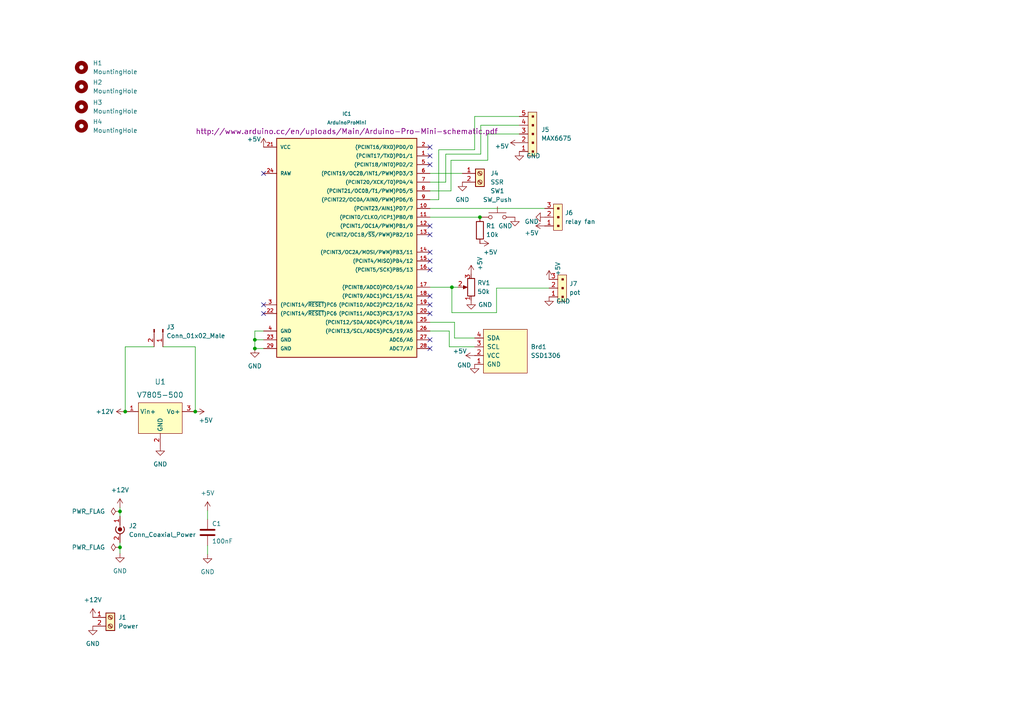
<source format=kicad_sch>
(kicad_sch (version 20211123) (generator eeschema)
  (paper "A4")
  (title_block (title "Iron Reflow Controller") (date "2023-11-26") (rev "1.0") (company "M.Angelini"))
  (lib_symbols
    (symbol "Connector:Conn_01x02_Male" (pin_names (offset 1.016) hide)
      (property "Reference" "J" (at 0 2.54 0))
      (property "Value" "Conn_01x02_Male" (at 0 -5.08 0))
      (symbol "Conn_01x02_Male_1_1"
        (polyline (pts (xy 1.27 -2.54) (xy 0.8636 -2.54)) (stroke (width 0.1524)))
        (polyline (pts (xy 1.27 0) (xy 0.8636 0)) (stroke (width 0.1524)))
        (rectangle (start 0.8636 -2.413) (end 0 -2.667) (stroke (width 0.1524)) (fill (type outline)))
        (rectangle (start 0.8636 0.127) (end 0 -0.127) (stroke (width 0.1524)) (fill (type outline)))
        (pin passive line (at 5.08 0 180) (length 3.81) (name "Pin_1") (number "1"))
        (pin passive line (at 5.08 -2.54 180) (length 3.81) (name "Pin_2") (number "2"))
      )
    )
    (symbol "Connector:Conn_Coaxial_Power" (pin_names (offset 1.016) hide)
      (property "Reference" "J" (at -5.08 -1.27 90))
      (property "Value" "Conn_Coaxial_Power" (at -3.175 -1.27 90))
      (symbol "Conn_Coaxial_Power_0_1"
        (arc (start -1.27 -1.27) (mid 0 -2.54) (end 1.27 -1.27) (stroke (width 0.254)))
        (arc (start -1.016 -0.508) (mid -1.2048 -0.8684) (end -1.27 -1.27) (stroke (width 0.254)))
        (circle (center 0 -1.27) (radius 0.508) (stroke (width 0.2032)) (fill (type outline)))
        (polyline (pts (xy 0 -2.54) (xy 0 -3.048)))
        (polyline (pts (xy 0 0) (xy 0 -1.27)))
        (arc (start 1.27 -1.27) (mid 1.2048 -0.8684) (end 1.016 -0.508) (stroke (width 0.254)))
      )
      (symbol "Conn_Coaxial_Power_1_1"
        (pin passive line (at 0 2.54 270) (length 2.54) (name "In") (number "1"))
        (pin passive line (at 0 -5.08 90) (length 2.54) (name "Ext") (number "2"))
      )
    )
    (symbol "Connector:Screw_Terminal_01x02" (pin_names (offset 1.016) hide)
      (property "Reference" "J" (at 0 2.54 0))
      (property "Value" "Screw_Terminal_01x02" (at 0 -5.08 0))
      (symbol "Screw_Terminal_01x02_1_1"
        (rectangle (start -1.27 1.27) (end 1.27 -3.81) (stroke (width 0.254)) (fill (type background)))
        (circle (center 0 -2.54) (radius 0.635) (stroke (width 0.1524)))
        (polyline (pts (xy -0.5334 -2.2098) (xy 0.3302 -3.048)) (stroke (width 0.1524)))
        (polyline (pts (xy -0.5334 0.3302) (xy 0.3302 -0.508)) (stroke (width 0.1524)))
        (polyline (pts (xy -0.3556 -2.032) (xy 0.508 -2.8702)) (stroke (width 0.1524)))
        (polyline (pts (xy -0.3556 0.508) (xy 0.508 -0.3302)) (stroke (width 0.1524)))
        (circle (center 0 0) (radius 0.635) (stroke (width 0.1524)))
        (pin passive line (at -5.08 0 0) (length 3.81) (name "Pin_1") (number "1"))
        (pin passive line (at -5.08 -2.54 0) (length 3.81) (name "Pin_2") (number "2"))
      )
    )
    (symbol "Device:C" (pin_numbers hide) (pin_names (offset 0.254))
      (property "Reference" "C" (at 0.635 2.54 0))
      (property "Value" "C" (at 0.635 -2.54 0))
      (symbol "C_0_1"
        (polyline (pts (xy -2.032 -0.762) (xy 2.032 -0.762)) (stroke (width 0.508)))
        (polyline (pts (xy -2.032 0.762) (xy 2.032 0.762)) (stroke (width 0.508)))
      )
      (symbol "C_1_1"
        (pin passive line (at 0 3.81 270) (length 2.794) (name "~") (number "1"))
        (pin passive line (at 0 -3.81 90) (length 2.794) (name "~") (number "2"))
      )
    )
    (symbol "Device:R" (pin_numbers hide) (pin_names (offset 0))
      (property "Reference" "R" (at 2.032 0 90))
      (property "Value" "R" (at 0 0 90))
      (symbol "R_0_1"
        (rectangle (start -1.016 -2.54) (end 1.016 2.54) (stroke (width 0.254)))
      )
      (symbol "R_1_1"
        (pin passive line (at 0 3.81 270) (length 1.27) (name "~") (number "1"))
        (pin passive line (at 0 -3.81 90) (length 1.27) (name "~") (number "2"))
      )
    )
    (symbol "Device:R_Potentiometer" (pin_names (offset 1.016) hide)
      (property "Reference" "RV" (at -4.445 0 90))
      (property "Value" "R_Potentiometer" (at -2.54 0 90))
      (symbol "R_Potentiometer_0_1"
        (polyline (pts (xy 2.54 0) (xy 1.524 0)))
        (polyline (pts (xy 1.143 0) (xy 2.286 0.508) (xy 2.286 -0.508) (xy 1.143 0)) (fill (type outline)))
        (rectangle (start 1.016 2.54) (end -1.016 -2.54) (stroke (width 0.254)))
      )
      (symbol "R_Potentiometer_1_1"
        (pin passive line (at 0 3.81 270) (length 1.27) (name "1") (number "1"))
        (pin passive line (at 3.81 0 180) (length 1.27) (name "2") (number "2"))
        (pin passive line (at 0 -3.81 90) (length 1.27) (name "3") (number "3"))
      )
    )
    (symbol "Mechanical:MountingHole" (pin_names (offset 1.016))
      (property "Reference" "H" (at 0 5.08 0))
      (property "Value" "MountingHole" (at 0 3.175 0))
      (symbol "MountingHole_0_1"
        (circle (center 0 0) (radius 1.27) (stroke (width 1.27)))
      )
    )
    (symbol "Switch:SW_Push" (pin_numbers hide) (pin_names (offset 1.016) hide)
      (property "Reference" "SW" (at 1.27 2.54 0))
      (property "Value" "SW_Push" (at 0 -1.524 0))
      (symbol "SW_Push_0_1"
        (circle (center -2.032 0) (radius 0.508))
        (polyline (pts (xy 0 1.27) (xy 0 3.048)))
        (polyline (pts (xy 2.54 1.27) (xy -2.54 1.27)))
        (circle (center 2.032 0) (radius 0.508))
        (pin passive line (at -5.08 0 0) (length 2.54) (name "1") (number "1"))
        (pin passive line (at 5.08 0 180) (length 2.54) (name "2") (number "2"))
      )
    )
    (symbol "arduino:ArduinoProMini" (pin_names (offset 1.016))
      (property "Reference" "IC" (at -19.05 31.75 0))
      (property "Value" "ArduinoProMini" (at 10.16 -35.56 0))
      (property "Datasheet" "http://www.arduino.cc/en/uploads/Main/Arduino-Pro-Mini-schematic.pdf" (at 0 0 0))
      (symbol "ArduinoProMini_0_1"
        (rectangle (start -19.05 30.48) (end 21.59 -33.02) (stroke (width 0.254)) (fill (type background)))
      )
      (symbol "ArduinoProMini_1_1"
        (pin bidirectional line (at 25.4 25.4 180) (length 3.81) (name "(PCINT17/TXD)PD1/1") (number "1"))
        (pin bidirectional line (at 25.4 10.16 180) (length 3.81) (name "(PCINT23/AIN1)PD7/7") (number "10"))
        (pin bidirectional line (at 25.4 7.62 180) (length 3.81) (name "(PCINT0/CLKO/ICP1)PB0/8") (number "11"))
        (pin bidirectional line (at 25.4 5.08 180) (length 3.81) (name "(PCINT1/OC1A/PWM)PB1/9") (number "12"))
        (pin bidirectional line (at 25.4 2.54 180) (length 3.81) (name "(PCINT2/OC1B/~{SS}/PWM)PB2/10") (number "13"))
        (pin bidirectional line (at 25.4 -2.54 180) (length 3.81) (name "(PCINT3/OC2A/MOSI/PWM)PB3/11") (number "14"))
        (pin bidirectional line (at 25.4 -5.08 180) (length 3.81) (name "(PCINT4/MISO)PB4/12") (number "15"))
        (pin bidirectional line (at 25.4 -7.62 180) (length 3.81) (name "(PCINT5/SCK)PB5/13") (number "16"))
        (pin bidirectional line (at 25.4 -12.7 180) (length 3.81) (name "(PCINT8/ADC0)PC0/14/A0") (number "17"))
        (pin bidirectional line (at 25.4 -15.24 180) (length 3.81) (name "(PCINT9/ADC1)PC1/15/A1") (number "18"))
        (pin bidirectional line (at 25.4 -17.78 180) (length 3.81) (name "(PCINT10/ADC2)PC2/16/A2") (number "19"))
        (pin bidirectional line (at 25.4 27.94 180) (length 3.81) (name "(PCINT16/RXD)PD0/0") (number "2"))
        (pin bidirectional line (at 25.4 -20.32 180) (length 3.81) (name "(PCINT11/ADC3)PC3/17/A3") (number "20"))
        (pin power_in line (at -22.86 27.94 0) (length 3.81) (name "VCC") (number "21"))
        (pin bidirectional line (at -22.86 -20.32 0) (length 3.81) (name "(PCINT14/~{RESET})PC6") (number "22"))
        (pin power_in line (at -22.86 -27.94 0) (length 3.81) (name "GND") (number "23"))
        (pin power_in line (at -22.86 20.32 0) (length 3.81) (name "RAW") (number "24"))
        (pin bidirectional line (at 25.4 -22.86 180) (length 3.81) (name "(PCINT12/SDA/ADC4)PC4/18/A4") (number "25"))
        (pin bidirectional line (at 25.4 -25.4 180) (length 3.81) (name "(PCINT13/SCL/ADC5)PC5/19/A5") (number "26"))
        (pin input line (at 25.4 -27.94 180) (length 3.81) (name "ADC6/A6") (number "27"))
        (pin input line (at 25.4 -30.48 180) (length 3.81) (name "ADC7/A7") (number "28"))
        (pin power_in line (at -22.86 -30.48 0) (length 3.81) (name "GND") (number "29"))
        (pin bidirectional line (at -22.86 -17.78 0) (length 3.81) (name "(PCINT14/~{RESET})PC6") (number "3"))
        (pin power_in line (at -22.86 -25.4 0) (length 3.81) (name "GND") (number "4"))
        (pin bidirectional line (at 25.4 22.86 180) (length 3.81) (name "(PCINT18/INT0)PD2/2") (number "5"))
        (pin bidirectional line (at 25.4 20.32 180) (length 3.81) (name "(PCINT19/OC2B/INT1/PWM)PD3/3") (number "6"))
        (pin bidirectional line (at 25.4 17.78 180) (length 3.81) (name "(PCINT20/XCK/T0)PD4/4") (number "7"))
        (pin bidirectional line (at 25.4 15.24 180) (length 3.81) (name "(PCINT21/OC0B/T1/PWM)PD5/5") (number "8"))
        (pin bidirectional line (at 25.4 12.7 180) (length 3.81) (name "(PCINT22/OC0A/AIN0/PWM)PD6/6") (number "9"))
      )
    )
    (symbol "dk_DC-DC-Converters:V7805-500"
      (property "Reference" "U" (at -6.35 6.35 0))
      (property "Value" "V7805-500" (at 1.27 -5.08 0))
      (symbol "V7805-500_0_1"
        (rectangle (start -6.35 5.08) (end 6.35 -3.81) (fill (type background)))
      )
      (symbol "V7805-500_1_1"
        (pin power_in line (at -10.16 2.54 0) (length 3.81) (name "Vin+") (number "1"))
        (pin power_in line (at 0 -7.62 90) (length 3.81) (name "GND") (number "2"))
        (pin power_out line (at 10.16 2.54 180) (length 3.81) (name "Vo+") (number "3"))
      )
    )
    (symbol "dk_Rectangular-Connectors-Headers-Male-Pins:0022232031" (pin_names (offset 1.016))
      (property "Reference" "J" (at -2.54 1.27 0))
      (property "Value" "0022232031" (at 2.54 -3.81 0))
      (symbol "0022232031_1_1"
        (rectangle (start -1.27 0) (end 6.35 -2.54) (fill (type background)))
        (rectangle (start -0.254 -1.143) (end 0.254 -1.651) (fill (type outline)))
        (rectangle (start 2.286 -1.143) (end 2.794 -1.651) (fill (type outline)))
        (rectangle (start 4.826 -1.143) (end 5.334 -1.651) (fill (type outline)))
        (pin passive line (at 0 2.54 270) (length 2.54) (name "~") (number "1"))
        (pin passive line (at 2.54 2.54 270) (length 2.54) (name "~") (number "2"))
        (pin passive line (at 5.08 2.54 270) (length 2.54) (name "~") (number "3"))
      )
    )
    (symbol "dk_Rectangular-Connectors-Headers-Male-Pins:640456-3" (pin_names (offset 1.016))
      (property "Reference" "J" (at -2.54 1.27 0))
      (property "Value" "640456-3" (at 2.54 -3.81 0))
      (symbol "640456-3_1_1"
        (rectangle (start -1.27 0) (end 6.35 -2.54) (fill (type background)))
        (rectangle (start -0.254 -1.143) (end 0.254 -1.651) (fill (type outline)))
        (rectangle (start 2.286 -1.143) (end 2.794 -1.651) (fill (type outline)))
        (rectangle (start 4.826 -1.143) (end 5.334 -1.651) (fill (type outline)))
        (pin passive line (at 0 2.54 270) (length 2.54) (name "~") (number "1"))
        (pin passive line (at 2.54 2.54 270) (length 2.54) (name "~") (number "2"))
        (pin passive line (at 5.08 2.54 270) (length 2.54) (name "~") (number "3"))
      )
    )
    (symbol "dk_Rectangular-Connectors-Headers-Male-Pins:B5B-XH-A_LF__SN_" (pin_names (offset 1.016))
      (property "Reference" "J" (at -2.54 -1.27 0))
      (property "Value" "B5B-XH-A_LF__SN_" (at 5.08 -3.81 0))
      (symbol "B5B-XH-A_LF__SN__1_1"
        (rectangle (start -1.27 0) (end 11.43 -2.54) (fill (type background)))
        (rectangle (start -0.254 -1.143) (end 0.254 -1.651) (fill (type outline)))
        (rectangle (start 2.286 -1.143) (end 2.794 -1.651) (fill (type outline)))
        (rectangle (start 4.826 -1.143) (end 5.334 -1.651) (fill (type outline)))
        (rectangle (start 7.366 -1.143) (end 7.874 -1.651) (fill (type outline)))
        (rectangle (start 9.906 -1.143) (end 10.414 -1.651) (fill (type outline)))
        (pin passive line (at 0 2.54 270) (length 2.54) (name "~") (number "1"))
        (pin passive line (at 2.54 2.54 270) (length 2.54) (name "~") (number "2"))
        (pin passive line (at 5.08 2.54 270) (length 2.54) (name "~") (number "3"))
        (pin passive line (at 7.62 2.54 270) (length 2.54) (name "~") (number "4"))
        (pin passive line (at 10.16 2.54 270) (length 2.54) (name "~") (number "5"))
      )
    )
    (symbol "oled:SSD1306" (pin_names (offset 1.016))
      (property "Reference" "Brd" (at 0 -3.81 0))
      (property "Value" "SSD1306" (at 0 -1.27 0))
      (symbol "SSD1306_0_1"
        (rectangle (start -6.35 6.35) (end 6.35 -6.35) (fill (type background)))
      )
      (symbol "SSD1306_1_1"
        (pin input line (at -3.81 8.89 270) (length 2.54) (name "GND") (number "1"))
        (pin input line (at -1.27 8.89 270) (length 2.54) (name "VCC") (number "2"))
        (pin input line (at 1.27 8.89 270) (length 2.54) (name "SCL") (number "3"))
        (pin input line (at 3.81 8.89 270) (length 2.54) (name "SDA") (number "4"))
      )
    )
    (symbol "power:+12V" (power) (pin_names (offset 0))
      (property "Value" "+12V" (at 0 3.556 0))
      (symbol "+12V_0_1"
        (polyline (pts (xy -0.762 1.27) (xy 0 2.54)))
        (polyline (pts (xy 0 0) (xy 0 2.54)))
        (polyline (pts (xy 0 2.54) (xy 0.762 1.27)))
      )
      (symbol "+12V_1_1"
        (pin power_in line (at 0 0 90) (length 0) hide (name "+12V") (number "1"))
      )
    )
    (symbol "power:+5V" (power) (pin_names (offset 0))
      (property "Value" "+5V" (at 0 3.556 0))
      (symbol "+5V_0_1"
        (polyline (pts (xy -0.762 1.27) (xy 0 2.54)))
        (polyline (pts (xy 0 0) (xy 0 2.54)))
        (polyline (pts (xy 0 2.54) (xy 0.762 1.27)))
      )
      (symbol "+5V_1_1"
        (pin power_in line (at 0 0 90) (length 0) hide (name "+5V") (number "1"))
      )
    )
    (symbol "power:GND" (power) (pin_names (offset 0))
      (property "Value" "GND" (at 0 -3.81 0))
      (symbol "GND_0_1"
        (polyline (pts (xy 0 0) (xy 0 -1.27) (xy 1.27 -1.27) (xy 0 -2.54) (xy -1.27 -1.27) (xy 0 -1.27)))
      )
      (symbol "GND_1_1"
        (pin power_in line (at 0 0 270) (length 0) hide (name "GND") (number "1"))
      )
    )
    (symbol "power:PWR_FLAG" (power) (pin_numbers hide) (pin_names (offset 0) hide)
      (property "Value" "PWR_FLAG" (at 0 3.81 0))
      (symbol "PWR_FLAG_0_0"
        (pin power_out line (at 0 0 90) (length 0) (name "pwr") (number "1"))
      )
      (symbol "PWR_FLAG_0_1"
        (polyline (pts (xy 0 0) (xy 0 1.27) (xy -1.016 1.905) (xy 0 2.54) (xy 1.016 1.905) (xy 0 1.27)))
      )
    )
  )
  (junction (at 56.642 119.38))
  (junction (at 34.798 158.75))
  (junction (at 73.914 101.092))
  (junction (at 131.064 83.312))
  (junction (at 139.192 62.992))
  (junction (at 73.914 98.552))
  (junction (at 36.322 119.38))
  (junction (at 34.798 148.336))
  (no_connect (at 124.714 75.692))
  (no_connect (at 124.714 88.392))
  (no_connect (at 124.714 78.232))
  (no_connect (at 124.714 85.852))
  (no_connect (at 124.714 73.152))
  (no_connect (at 124.714 65.532))
  (no_connect (at 124.714 90.932))
  (no_connect (at 76.454 88.392))
  (no_connect (at 124.714 42.672))
  (no_connect (at 76.454 50.292))
  (no_connect (at 124.714 45.212))
  (no_connect (at 124.714 47.752))
  (no_connect (at 76.454 90.932))
  (no_connect (at 124.714 101.092))
  (no_connect (at 124.714 98.552))
  (no_connect (at 124.714 68.072))
  (wire (pts (xy 141.478 46.482) (xy 130.81 46.482)))
  (wire (pts (xy 73.914 101.092) (xy 76.454 101.092)))
  (wire (pts (xy 144.018 83.566) (xy 144.018 90.678)))
  (wire (pts (xy 130.81 46.482) (xy 130.81 55.372)))
  (wire (pts (xy 44.704 100.584) (xy 36.322 100.584)))
  (wire (pts (xy 141.478 38.862) (xy 141.478 46.482)))
  (wire (pts (xy 34.798 158.75) (xy 34.798 160.528)))
  (wire (pts (xy 131.826 98.044) (xy 131.826 93.472)))
  (wire (pts (xy 127.254 57.912) (xy 124.714 57.912)))
  (wire (pts (xy 130.81 55.372) (xy 124.714 55.372)))
  (wire (pts (xy 124.714 96.012) (xy 130.302 96.012)))
  (wire (pts (xy 60.198 148.082) (xy 60.198 150.622)))
  (wire (pts (xy 130.302 100.584) (xy 130.302 96.012)))
  (wire (pts (xy 150.622 33.782) (xy 137.668 33.782)))
  (wire (pts (xy 159.258 83.566) (xy 144.018 83.566)))
  (wire (pts (xy 150.622 38.862) (xy 141.478 38.862)))
  (wire (pts (xy 76.454 96.012) (xy 73.914 96.012)))
  (wire (pts (xy 139.446 36.322) (xy 139.446 44.704)))
  (wire (pts (xy 73.914 98.552) (xy 76.454 98.552)))
  (wire (pts (xy 131.826 93.472) (xy 124.714 93.472)))
  (wire (pts (xy 131.064 90.678) (xy 131.064 83.312)))
  (wire (pts (xy 137.668 33.782) (xy 137.668 43.434)))
  (wire (pts (xy 47.244 100.584) (xy 56.642 100.584)))
  (wire (pts (xy 124.714 83.312) (xy 131.064 83.312)))
  (wire (pts (xy 60.198 158.242) (xy 60.198 160.782)))
  (wire (pts (xy 139.446 44.704) (xy 129.286 44.704)))
  (wire (pts (xy 150.622 36.322) (xy 139.446 36.322)))
  (wire (pts (xy 73.914 96.012) (xy 73.914 98.552)))
  (wire (pts (xy 124.714 62.992) (xy 139.192 62.992)))
  (wire (pts (xy 34.798 157.353) (xy 34.798 158.75)))
  (wire (pts (xy 129.286 52.832) (xy 124.714 52.832)))
  (wire (pts (xy 144.018 90.678) (xy 131.064 90.678)))
  (wire (pts (xy 36.322 100.584) (xy 36.322 119.38)))
  (wire (pts (xy 137.668 100.584) (xy 130.302 100.584)))
  (wire (pts (xy 129.286 44.704) (xy 129.286 52.832)))
  (wire (pts (xy 124.714 60.452) (xy 157.988 60.452)))
  (wire (pts (xy 73.914 98.552) (xy 73.914 101.092)))
  (wire (pts (xy 131.064 83.312) (xy 132.842 83.312)))
  (wire (pts (xy 127.254 43.434) (xy 127.254 57.912)))
  (wire (pts (xy 124.714 50.292) (xy 134.112 50.292)))
  (wire (pts (xy 34.798 147.193) (xy 34.798 148.336)))
  (wire (pts (xy 34.798 148.336) (xy 34.798 149.733)))
  (wire (pts (xy 56.642 100.584) (xy 56.642 119.38)))
  (wire (pts (xy 137.668 98.044) (xy 131.826 98.044)))
  (wire (pts (xy 137.668 43.434) (xy 127.254 43.434)))
  (symbol (lib_id "power:GND") (at 34.798 160.528 0) (unit 1)
    (property "Reference" "#PWR04" (effects hide))
    (property "Value" "GND" (at 34.798 165.608 0))
  )
  (symbol (lib_id "Switch:SW_Push") (at 144.272 62.992 0) (unit 1)
    (property "Reference" "SW1" (at 144.272 55.372 0))
    (property "Value" "SW_Push" (at 144.272 57.912 0))
    (property "Footprint" "Button_Switch_THT:SW_PUSH-12mm" (effects hide))
  )
  (symbol (lib_id "Mechanical:MountingHole") (at 23.622 30.988 0) (unit 1)
    (property "Reference" "H3" (at 26.924 29.7179 0) (effects (justify left)))
    (property "Value" "MountingHole" (at 26.924 32.2579 0) (effects (justify left)))
    (property "Footprint" "MountingHole:MountingHole_3.7mm_Pad_TopBottom" (effects hide))
  )
  (symbol (lib_id "power:GND") (at 46.482 129.54 0) (unit 1)
    (property "Reference" "#PWR06" (effects hide))
    (property "Value" "GND" (at 46.482 134.62 0))
  )
  (symbol (lib_id "power:+5V") (at 159.258 81.026 0) (unit 1)
    (property "Reference" "#PWR023" (effects hide))
    (property "Value" "+5V" (at 161.798 75.946 90) (effects (justify right)))
  )
  (symbol (lib_id "power:+12V") (at 36.322 119.38 90) (unit 1)
    (property "Reference" "#PWR05" (effects hide))
    (property "Value" "+12V" (at 33.02 119.3799 90) (effects (justify left)))
  )
  (symbol (lib_id "power:GND") (at 159.258 86.106 0) (unit 1)
    (property "Reference" "#PWR024" (effects hide))
    (property "Value" "GND" (at 161.29 87.3759 0) (effects (justify left)))
  )
  (symbol (lib_id "power:GND") (at 73.914 101.092 0) (unit 1)
    (property "Reference" "#PWR010" (effects hide))
    (property "Value" "GND" (at 73.914 106.172 0))
  )
  (symbol (lib_id "power:GND") (at 149.352 62.992 0) (unit 1)
    (property "Reference" "#PWR018" (effects hide))
    (property "Value" "GND" (at 144.526 65.532 0) (effects (justify left)))
  )
  (symbol (lib_id "power:GND") (at 60.198 160.782 0) (unit 1)
    (property "Reference" "#PWR09" (effects hide))
    (property "Value" "GND" (at 60.198 165.862 0))
  )
  (symbol (lib_id "power:+12V") (at 34.798 147.193 0) (unit 1)
    (property "Reference" "#PWR03" (effects hide))
    (property "Value" "+12V" (at 34.798 142.113 0))
  )
  (symbol (lib_id "arduino:ArduinoProMini") (at 99.314 70.612 0) (unit 1)
    (property "Reference" "IC1" (at 100.584 33.02 0) (effects (font (size 1.016 1.016))))
    (property "Value" "ArduinoProMini" (at 100.584 35.56 0) (effects (font (size 1.016 1.016))))
    (property "Footprint" "arduino:pro_mini" (effects hide))
    (property "Datasheet" "http://www.arduino.cc/en/uploads/Main/Arduino-Pro-Mini-schematic.pdf" (at 100.584 38.1 0) (effects (font (size 1.524 1.524))))
  )
  (symbol (lib_id "Connector:Conn_01x02_Male") (at 47.244 95.504 270) (unit 1)
    (property "Reference" "J3" (at 48.26 94.8689 90) (effects (justify left)))
    (property "Value" "Conn_01x02_Male" (at 48.26 97.4089 90) (effects (justify left)))
    (property "Footprint" "Connector_PinHeader_2.54mm:PinHeader_1x02_P2.54mm_Vertical" (effects hide))
  )
  (symbol (lib_id "Mechanical:MountingHole") (at 23.622 36.576 0) (unit 1)
    (property "Reference" "H4" (at 26.924 35.3059 0) (effects (justify left)))
    (property "Value" "MountingHole" (at 26.924 37.8459 0) (effects (justify left)))
    (property "Footprint" "MountingHole:MountingHole_3.7mm_Pad_TopBottom" (effects hide))
  )
  (symbol (lib_id "Connector:Conn_Coaxial_Power") (at 34.798 152.273 0) (unit 1)
    (property "Reference" "J2" (at 37.338 152.5269 0) (effects (justify left)))
    (property "Value" "Conn_Coaxial_Power" (at 37.338 155.0669 0) (effects (justify left)))
    (property "Footprint" "Connector_BarrelJack:BarrelJack_Horizontal" (effects hide))
  )
  (symbol (lib_id "power:+5V") (at 137.668 103.124 90) (unit 1)
    (property "Reference" "#PWR015" (effects hide))
    (property "Value" "+5V" (at 131.318 101.854 90) (effects (justify right)))
  )
  (symbol (lib_id "dk_DC-DC-Converters:V7805-500") (at 46.482 121.92 0) (unit 1)
    (property "Reference" "U1" (at 46.482 110.744 0) (effects (font (size 1.524 1.524))))
    (property "Value" "V7805-500" (at 46.482 114.554 0) (effects (font (size 1.524 1.524))))
    (property "Footprint" "digikey-footprints:3-SIP_Module_V7805-500" (effects hide))
    (property "Datasheet" "https://www.cui.com/product/resource/digikeypdf/v78-500.pdf" (effects hide))
    (property "Digi-Key_PN" "102-1709-ND" (effects hide))
    (property "MPN" "V7805-500" (effects hide))
    (property "Category" "Power Supplies - Board Mount" (effects hide))
    (property "Family" "DC DC Converters" (effects hide))
    (property "DK_Datasheet_Link" "https://www.cui.com/product/resource/digikeypdf/v78-500.pdf" (effects hide))
    (property "DK_Detail_Page" "/product-detail/en/cui-inc/V7805-500/102-1709-ND/1828602" (effects hide))
    (property "Description" "DC DC CONVERTER 5V 2.5W" (effects hide))
    (property "Manufacturer" "CUI Inc." (effects hide))
    (property "Status" "Active" (effects hide))
  )
  (symbol (lib_id "Mechanical:MountingHole") (at 23.622 25.146 0) (unit 1)
    (property "Reference" "H2" (at 26.924 23.8759 0) (effects (justify left)))
    (property "Value" "MountingHole" (at 26.924 26.4159 0) (effects (justify left)))
    (property "Footprint" "MountingHole:MountingHole_3.7mm_Pad_TopBottom" (effects hide))
  )
  (symbol (lib_id "Connector:Screw_Terminal_01x02") (at 139.192 50.292 0) (unit 1)
    (property "Reference" "J4" (at 142.24 50.2919 0) (effects (justify left)))
    (property "Value" "SSR" (at 142.24 52.8319 0) (effects (justify left)))
    (property "Footprint" "TerminalBlock_Phoenix:TerminalBlock_Phoenix_PT-1,5-2-5.0-H_1x02_P5.00mm_Horizontal" (effects hide))
  )
  (symbol (lib_id "oled:SSD1306") (at 146.558 101.854 90) (unit 1)
    (property "Reference" "Brd1" (at 153.924 100.5839 90) (effects (justify right)))
    (property "Value" "SSD1306" (at 153.924 103.1239 90) (effects (justify right)))
    (property "Footprint" "oled:128x64OLED_I2C" (effects hide))
  )
  (symbol (lib_id "power:GND") (at 157.988 62.992 270) (unit 1)
    (property "Reference" "#PWR021" (effects hide))
    (property "Value" "GND" (at 152.146 64.262 90) (effects (justify left)))
  )
  (symbol (lib_id "Mechanical:MountingHole") (at 23.622 19.558 0) (unit 1)
    (property "Reference" "H1" (at 26.924 18.2879 0) (effects (justify left)))
    (property "Value" "MountingHole" (at 26.924 20.8279 0) (effects (justify left)))
    (property "Footprint" "MountingHole:MountingHole_3.7mm_Pad_TopBottom" (effects hide))
  )
  (symbol (lib_id "power:+5V") (at 60.198 148.082 0) (unit 1)
    (property "Reference" "#PWR08" (effects hide))
    (property "Value" "+5V" (at 60.198 143.002 0))
  )
  (symbol (lib_id "power:+5V") (at 136.652 79.502 0) (unit 1)
    (property "Reference" "#PWR013" (effects hide))
    (property "Value" "+5V" (at 139.192 74.422 90) (effects (justify right)))
  )
  (symbol (lib_id "power:+5V") (at 56.642 119.38 270) (unit 1)
    (property "Reference" "#PWR07" (effects hide))
    (property "Value" "+5V" (at 61.722 121.92 90) (effects (justify right)))
  )
  (symbol (lib_id "power:GND") (at 136.652 87.122 0) (unit 1)
    (property "Reference" "#PWR014" (effects hide))
    (property "Value" "GND" (at 138.684 88.3919 0) (effects (justify left)))
  )
  (symbol (lib_id "Connector:Screw_Terminal_01x02") (at 32.004 179.07 0) (unit 1)
    (property "Reference" "J1" (at 34.29 179.0699 0) (effects (justify left)))
    (property "Value" "Power" (at 34.29 181.6099 0) (effects (justify left)))
    (property "Footprint" "TerminalBlock_Phoenix:TerminalBlock_Phoenix_PT-1,5-2-5.0-H_1x02_P5.00mm_Horizontal" (effects hide))
  )
  (symbol (lib_id "power:+5V") (at 76.454 42.672 0) (unit 1)
    (property "Reference" "#PWR011" (effects hide))
    (property "Value" "+5V" (at 73.66 40.386 0))
  )
  (symbol (lib_id "power:PWR_FLAG") (at 34.798 148.336 90) (unit 1)
    (property "Reference" "#FLG01" (effects hide))
    (property "Value" "PWR_FLAG" (at 30.48 148.3359 90) (effects (justify left)))
  )
  (symbol (lib_id "dk_Rectangular-Connectors-Headers-Male-Pins:B5B-XH-A_LF__SN_") (at 153.162 43.942 90) (unit 1)
    (property "Reference" "J5" (at 156.972 37.5919 90) (effects (justify right)))
    (property "Value" "MAX6675" (at 156.972 40.1319 90) (effects (justify right)))
    (property "Footprint" "Connector_PinHeader_2.54mm:PinHeader_1x05_P2.54mm_Vertical" (effects hide))
    (property "Datasheet" "http://www.jst-mfg.com/product/pdf/eng/eXH.pdf" (effects hide))
    (property "Digi-Key_PN" "455-2270-ND" (effects hide))
    (property "MPN" "B5B-XH-A(LF)(SN)" (effects hide))
    (property "Category" "Connectors, Interconnects" (effects hide))
    (property "Family" "Rectangular Connectors - Headers, Male Pins" (effects hide))
    (property "DK_Datasheet_Link" "http://www.jst-mfg.com/product/pdf/eng/eXH.pdf" (effects hide))
    (property "DK_Detail_Page" "/product-detail/en/jst-sales-america-inc/B5B-XH-A(LF)(SN)/455-2270-ND/1530483" (effects hide))
    (property "Description" "CONN HEADER VERT 5POS 2.5MM" (effects hide))
    (property "Manufacturer" "JST Sales America Inc." (effects hide))
    (property "Status" "Active" (effects hide))
  )
  (symbol (lib_id "Device:C") (at 60.198 154.432 0) (unit 1)
    (property "Reference" "C1" (at 61.468 151.892 0) (effects (justify left)))
    (property "Value" "100nF" (at 61.468 156.972 0) (effects (justify left)))
    (property "Footprint" "Capacitor_THT:C_Disc_D5.0mm_W2.5mm_P2.50mm" (effects hide))
  )
  (symbol (lib_id "power:GND") (at 26.924 181.61 0) (unit 1)
    (property "Reference" "#PWR02" (effects hide))
    (property "Value" "GND" (at 26.924 186.69 0))
  )
  (symbol (lib_id "power:+5V") (at 139.192 70.612 270) (unit 1)
    (property "Reference" "#PWR017" (effects hide))
    (property "Value" "+5V" (at 144.272 73.152 90) (effects (justify right)))
  )
  (symbol (lib_id "power:+5V") (at 150.622 41.402 90) (unit 1)
    (property "Reference" "#PWR019" (effects hide))
    (property "Value" "+5V" (at 143.51 42.418 90) (effects (justify right)))
  )
  (symbol (lib_id "Device:R") (at 139.192 66.802 0) (unit 1)
    (property "Reference" "R1" (at 140.97 65.5319 0) (effects (justify left)))
    (property "Value" "10k" (at 140.97 68.0719 0) (effects (justify left)))
    (property "Footprint" "Resistor_THT:R_Axial_DIN0207_L6.3mm_D2.5mm_P7.62mm_Horizontal" (effects hide))
  )
  (symbol (lib_id "dk_Rectangular-Connectors-Headers-Male-Pins:640456-3") (at 160.528 65.532 90) (unit 1)
    (property "Reference" "J6" (at 163.83 61.7219 90) (effects (justify right)))
    (property "Value" "relay fan" (at 163.83 64.2619 90) (effects (justify right)))
    (property "Footprint" "Connector_PinHeader_2.54mm:PinHeader_1x03_P2.54mm_Vertical" (effects hide))
    (property "Datasheet" "https://www.te.com/commerce/DocumentDelivery/DDEController?Action=srchrtrv&DocNm=640456&DocType=Customer+Drawing&DocLang=English" (effects hide))
    (property "Digi-Key_PN" "A19470-ND" (effects hide))
    (property "MPN" "640456-3" (effects hide))
    (property "Category" "Connectors, Interconnects" (effects hide))
    (property "Family" "Rectangular Connectors - Headers, Male Pins" (effects hide))
    (property "DK_Datasheet_Link" "https://www.te.com/commerce/DocumentDelivery/DDEController?Action=srchrtrv&DocNm=640456&DocType=Customer+Drawing&DocLang=English" (effects hide))
    (property "DK_Detail_Page" "/product-detail/en/te-connectivity-amp-connectors/640456-3/A19470-ND/259010" (effects hide))
    (property "Description" "CONN HEADER VERT 3POS 2.54MM" (effects hide))
    (property "Manufacturer" "TE Connectivity AMP Connectors" (effects hide))
    (property "Status" "Active" (effects hide))
  )
  (symbol (lib_id "power:+12V") (at 26.924 179.07 0) (unit 1)
    (property "Reference" "#PWR01" (effects hide))
    (property "Value" "+12V" (at 26.924 173.99 0))
  )
  (symbol (lib_id "Device:R_Potentiometer") (at 136.652 83.312 180) (unit 1)
    (property "Reference" "RV1" (at 138.43 82.0419 0) (effects (justify right)))
    (property "Value" "50k" (at 138.43 84.5819 0) (effects (justify right)))
    (property "Footprint" "Potentiometer_THT:Potentiometer_Alpha_RD901F-40-00D_Single_Vertical" (effects hide))
  )
  (symbol (lib_id "power:+5V") (at 157.988 65.532 90) (unit 1)
    (property "Reference" "#PWR022" (effects hide))
    (property "Value" "+5V" (at 152.146 67.564 90) (effects (justify right)))
  )
  (symbol (lib_id "power:GND") (at 150.622 43.942 0) (unit 1)
    (property "Reference" "#PWR020" (effects hide))
    (property "Value" "GND" (at 152.654 45.2119 0) (effects (justify left)))
  )
  (symbol (lib_id "power:GND") (at 137.668 105.664 0) (unit 1)
    (property "Reference" "#PWR016" (effects hide))
    (property "Value" "GND" (at 132.588 105.918 0) (effects (justify left)))
  )
  (symbol (lib_id "power:GND") (at 134.112 52.832 0) (unit 1)
    (property "Reference" "#PWR012" (effects hide))
    (property "Value" "GND" (at 134.112 57.912 0))
  )
  (symbol (lib_id "power:PWR_FLAG") (at 34.798 158.75 90) (unit 1)
    (property "Reference" "#FLG02" (effects hide))
    (property "Value" "PWR_FLAG" (at 30.48 158.7499 90) (effects (justify left)))
  )
  (symbol (lib_id "dk_Rectangular-Connectors-Headers-Male-Pins:0022232031") (at 161.798 86.106 90) (unit 1)
    (property "Reference" "J7" (at 165.1 82.2959 90) (effects (justify right)))
    (property "Value" "pot" (at 165.1 84.8359 90) (effects (justify right)))
    (property "Footprint" "digikey-footprints:Term_Block_1x3_P5mm" (effects hide))
    (property "Datasheet" "https://www.molex.com/pdm_docs/sd/022232031_sd.pdf" (effects hide))
    (property "Digi-Key_PN" "WM4201-ND" (effects hide))
    (property "MPN" "0022232031" (effects hide))
    (property "Category" "Connectors, Interconnects" (effects hide))
    (property "Family" "Rectangular Connectors - Headers, Male Pins" (effects hide))
    (property "DK_Datasheet_Link" "https://www.molex.com/pdm_docs/sd/022232031_sd.pdf" (effects hide))
    (property "DK_Detail_Page" "/product-detail/en/molex/0022232031/WM4201-ND/26669" (effects hide))
    (property "Description" "CONN HEADER VERT 3POS 2.54MM" (effects hide))
    (property "Manufacturer" "Molex" (effects hide))
    (property "Status" "Active" (effects hide))
  )
)
</source>
